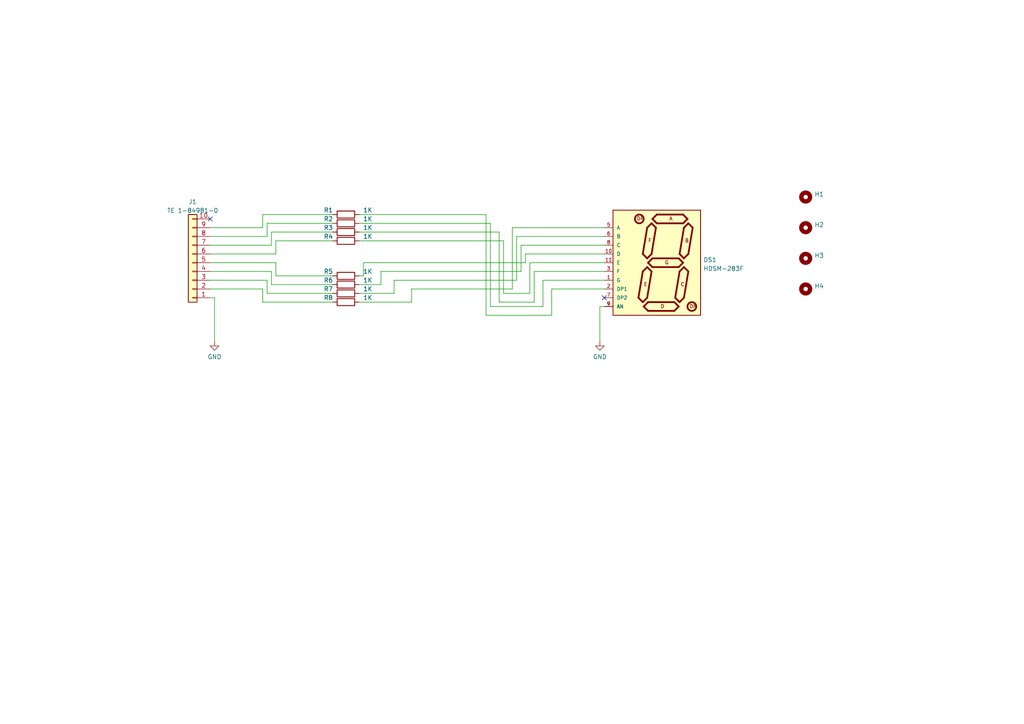
<source format=kicad_sch>
(kicad_sch (version 20211123) (generator eeschema)
  (paper "A4")
  (title_block (title "Ecran pour robot dumber") (date "2023-02-17") (rev "1.0") (company "INSA - GEI"))
  (lib_symbols
    (symbol "Connector_Generic:Conn_01x10" (pin_names (offset 1.016) hide)
      (property "Reference" "J" (at 0 12.7 0))
      (property "Value" "Conn_01x10" (at 0 -15.24 0))
      (symbol "Conn_01x10_1_1"
        (rectangle (start -1.27 -12.573) (end 0 -12.827) (stroke (width 0.1524)))
        (rectangle (start -1.27 -10.033) (end 0 -10.287) (stroke (width 0.1524)))
        (rectangle (start -1.27 -7.493) (end 0 -7.747) (stroke (width 0.1524)))
        (rectangle (start -1.27 -4.953) (end 0 -5.207) (stroke (width 0.1524)))
        (rectangle (start -1.27 -2.413) (end 0 -2.667) (stroke (width 0.1524)))
        (rectangle (start -1.27 0.127) (end 0 -0.127) (stroke (width 0.1524)))
        (rectangle (start -1.27 2.667) (end 0 2.413) (stroke (width 0.1524)))
        (rectangle (start -1.27 5.207) (end 0 4.953) (stroke (width 0.1524)))
        (rectangle (start -1.27 7.747) (end 0 7.493) (stroke (width 0.1524)))
        (rectangle (start -1.27 10.287) (end 0 10.033) (stroke (width 0.1524)))
        (rectangle (start -1.27 11.43) (end 1.27 -13.97) (stroke (width 0.254)) (fill (type background)))
        (pin passive line (at -5.08 10.16 0) (length 3.81) (name "Pin_1") (number "1"))
        (pin passive line (at -5.08 -12.7 0) (length 3.81) (name "Pin_10") (number "10"))
        (pin passive line (at -5.08 7.62 0) (length 3.81) (name "Pin_2") (number "2"))
        (pin passive line (at -5.08 5.08 0) (length 3.81) (name "Pin_3") (number "3"))
        (pin passive line (at -5.08 2.54 0) (length 3.81) (name "Pin_4") (number "4"))
        (pin passive line (at -5.08 0 0) (length 3.81) (name "Pin_5") (number "5"))
        (pin passive line (at -5.08 -2.54 0) (length 3.81) (name "Pin_6") (number "6"))
        (pin passive line (at -5.08 -5.08 0) (length 3.81) (name "Pin_7") (number "7"))
        (pin passive line (at -5.08 -7.62 0) (length 3.81) (name "Pin_8") (number "8"))
        (pin passive line (at -5.08 -10.16 0) (length 3.81) (name "Pin_9") (number "9"))
      )
    )
    (symbol "Device:R" (pin_numbers hide) (pin_names (offset 0))
      (property "Reference" "R" (at 2.032 0 90))
      (property "Value" "R" (at 0 0 90))
      (symbol "R_0_1"
        (rectangle (start -1.016 -2.54) (end 1.016 2.54) (stroke (width 0.254)))
      )
      (symbol "R_1_1"
        (pin passive line (at 0 3.81 270) (length 1.27) (name "~") (number "1"))
        (pin passive line (at 0 -3.81 90) (length 1.27) (name "~") (number "2"))
      )
    )
    (symbol "HDSM-283F:HDSM-283F" (pin_names (offset 1.016))
      (property "Reference" "DS" (at -15.2908 16.5608 0))
      (property "Value" "HDSM-283F" (at -15.2908 -17.8562 0))
      (symbol "HDSM-283F_0_0"
        (rectangle (start -15.24 -15.24) (end 10.16 15.24) (stroke (width 0.254)) (fill (type background)))
        (circle (center -7.62 12.7) (radius 1.27) (stroke (width 0.508)))
        (polyline (pts (xy -7.874 -10.16) (xy -6.604 -11.43)) (stroke (width 0.508)))
        (polyline (pts (xy -6.604 -11.43) (xy -5.334 -10.16)) (stroke (width 0.508)))
        (polyline (pts (xy -6.604 -2.54) (xy -7.874 -10.16)) (stroke (width 0.508)))
        (polyline (pts (xy -6.604 2.54) (xy -5.334 1.27)) (stroke (width 0.508)))
        (polyline (pts (xy -6.35 -12.7) (xy -5.08 -13.97)) (stroke (width 0.508)))
        (polyline (pts (xy -6.35 -12.7) (xy -5.08 -11.43)) (stroke (width 0.508)))
        (polyline (pts (xy -5.334 -10.16) (xy -4.064 -2.54)) (stroke (width 0.508)))
        (polyline (pts (xy -5.334 -1.27) (xy -6.604 -2.54)) (stroke (width 0.508)))
        (polyline (pts (xy -5.334 -1.27) (xy -4.064 -2.54)) (stroke (width 0.508)))
        (polyline (pts (xy -5.334 1.27) (xy -4.064 2.54)) (stroke (width 0.508)))
        (polyline (pts (xy -5.334 10.16) (xy -6.604 2.54)) (stroke (width 0.508)))
        (polyline (pts (xy -5.08 -13.97) (xy 2.54 -13.97)) (stroke (width 0.508)))
        (polyline (pts (xy -5.08 0) (xy -3.81 -1.27)) (stroke (width 0.508)))
        (polyline (pts (xy -5.08 0) (xy -3.81 1.27)) (stroke (width 0.508)))
        (polyline (pts (xy -4.064 2.54) (xy -2.794 10.16)) (stroke (width 0.508)))
        (polyline (pts (xy -4.064 11.43) (xy -5.334 10.16)) (stroke (width 0.508)))
        (polyline (pts (xy -4.064 11.43) (xy -2.794 10.16)) (stroke (width 0.508)))
        (polyline (pts (xy -3.81 -1.27) (xy 3.81 -1.27)) (stroke (width 0.508)))
        (polyline (pts (xy -3.81 12.7) (xy -2.54 13.97)) (stroke (width 0.508)))
        (polyline (pts (xy -2.54 11.43) (xy -3.81 12.7)) (stroke (width 0.508)))
        (polyline (pts (xy -2.54 13.97) (xy 5.08 13.97)) (stroke (width 0.508)))
        (polyline (pts (xy 2.54 -13.97) (xy 3.81 -12.7)) (stroke (width 0.508)))
        (polyline (pts (xy 2.54 -11.43) (xy -5.08 -11.43)) (stroke (width 0.508)))
        (polyline (pts (xy 2.794 -10.16) (xy 4.064 -11.43)) (stroke (width 0.508)))
        (polyline (pts (xy 3.81 -12.7) (xy 2.54 -11.43)) (stroke (width 0.508)))
        (polyline (pts (xy 3.81 -1.27) (xy 5.08 0)) (stroke (width 0.508)))
        (polyline (pts (xy 3.81 1.27) (xy -3.81 1.27)) (stroke (width 0.508)))
        (polyline (pts (xy 4.064 -11.43) (xy 5.334 -10.16)) (stroke (width 0.508)))
        (polyline (pts (xy 4.064 -2.54) (xy 2.794 -10.16)) (stroke (width 0.508)))
        (polyline (pts (xy 4.064 2.54) (xy 5.334 1.27)) (stroke (width 0.508)))
        (polyline (pts (xy 5.08 0) (xy 3.81 1.27)) (stroke (width 0.508)))
        (polyline (pts (xy 5.08 11.43) (xy -2.54 11.43)) (stroke (width 0.508)))
        (polyline (pts (xy 5.08 13.97) (xy 6.35 12.7)) (stroke (width 0.508)))
        (polyline (pts (xy 5.334 -10.16) (xy 6.604 -2.54)) (stroke (width 0.508)))
        (polyline (pts (xy 5.334 -1.27) (xy 4.064 -2.54)) (stroke (width 0.508)))
        (polyline (pts (xy 5.334 -1.27) (xy 6.604 -2.54)) (stroke (width 0.508)))
        (polyline (pts (xy 5.334 1.27) (xy 6.604 2.54)) (stroke (width 0.508)))
        (polyline (pts (xy 5.334 10.16) (xy 4.064 2.54)) (stroke (width 0.508)))
        (polyline (pts (xy 6.35 12.7) (xy 5.08 11.43)) (stroke (width 0.508)))
        (polyline (pts (xy 6.604 2.54) (xy 7.874 10.16)) (stroke (width 0.508)))
        (polyline (pts (xy 6.604 11.43) (xy 5.334 10.16)) (stroke (width 0.508)))
        (polyline (pts (xy 6.604 11.43) (xy 7.874 10.16)) (stroke (width 0.508)))
        (circle (center 7.62 -12.7) (radius 1.27) (stroke (width 0.508)))
        (text "A" (at 1.016 12.2174 0) (effects (font (size 1.016 1.016)) (justify left bottom)))
        (text "B" (at 5.588 5.842 0) (effects (font (size 1.016 1.016)) (justify left bottom)))
        (text "C" (at 4.318 -6.8834 0) (effects (font (size 1.016 1.016)) (justify left bottom)))
        (text "D" (at -1.524 -13.2334 0) (effects (font (size 1.016 1.016)) (justify left bottom)))
        (text "DP" (at -8.4074 12.2174 0) (effects (font (size 1.016 1.016)) (justify left bottom)))
        (text "DP" (at 6.858 -13.208 0) (effects (font (size 1.016 1.016)) (justify left bottom)))
        (text "E" (at -6.35 -6.858 0) (effects (font (size 1.016 1.016)) (justify left bottom)))
        (text "F" (at -5.08 5.8674 0) (effects (font (size 1.016 1.016)) (justify left bottom)))
        (text "G" (at -0.254 -0.508 0) (effects (font (size 1.016 1.016)) (justify left bottom)))
        (pin passive line (at -17.78 -5.08 0) (length 2.54) (name "G") (number "1"))
        (pin passive line (at -17.78 2.54 0) (length 2.54) (name "D") (number "10"))
        (pin passive line (at -17.78 0 0) (length 2.54) (name "E") (number "11"))
        (pin passive line (at -17.78 -7.62 0) (length 2.54) (name "DP1") (number "2"))
        (pin passive line (at -17.78 -2.54 0) (length 2.54) (name "F") (number "3"))
        (pin passive line (at -17.78 -12.7 0) (length 2.54) (name "AN") (number "4"))
        (pin passive line (at -17.78 10.16 0) (length 2.54) (name "A") (number "5"))
        (pin passive line (at -17.78 7.62 0) (length 2.54) (name "B") (number "6"))
        (pin passive line (at -17.78 -10.16 0) (length 2.54) (name "DP2") (number "7"))
        (pin passive line (at -17.78 5.08 0) (length 2.54) (name "C") (number "8"))
        (pin passive line (at -17.78 -12.7 0) (length 2.54) (name "AN") (number "9"))
      )
    )
    (symbol "Mechanical:MountingHole" (pin_names (offset 1.016))
      (property "Reference" "H" (at 0 5.08 0))
      (property "Value" "MountingHole" (at 0 3.175 0))
      (symbol "MountingHole_0_1"
        (circle (center 0 0) (radius 1.27) (stroke (width 1.27)))
      )
    )
    (symbol "power:GND" (power) (pin_names (offset 0))
      (property "Value" "GND" (at 0 -3.81 0))
      (symbol "GND_0_1"
        (polyline (pts (xy 0 0) (xy 0 -1.27) (xy 1.27 -1.27) (xy 0 -2.54) (xy -1.27 -1.27) (xy 0 -1.27)))
      )
      (symbol "GND_1_1"
        (pin power_in line (at 0 0 270) (length 0) hide (name "GND") (number "1"))
      )
    )
  )
  (no_connect (at 175.26 86.36))
  (no_connect (at 60.96 63.5))
  (wire (pts (xy 148.59 83.82) (xy 119.38 83.82)))
  (wire (pts (xy 76.2 83.82) (xy 76.2 87.63)))
  (wire (pts (xy 153.67 85.09) (xy 153.67 76.2)))
  (wire (pts (xy 149.86 81.28) (xy 149.86 68.58)))
  (wire (pts (xy 78.74 82.55) (xy 96.52 82.55)))
  (wire (pts (xy 62.23 86.36) (xy 62.23 99.06)))
  (wire (pts (xy 60.96 76.2) (xy 80.01 76.2)))
  (wire (pts (xy 60.96 71.12) (xy 78.74 71.12)))
  (wire (pts (xy 104.14 82.55) (xy 110.49 82.55)))
  (wire (pts (xy 60.96 66.04) (xy 76.2 66.04)))
  (wire (pts (xy 78.74 67.31) (xy 96.52 67.31)))
  (wire (pts (xy 104.14 67.31) (xy 144.78 67.31)))
  (wire (pts (xy 60.96 68.58) (xy 77.47 68.58)))
  (wire (pts (xy 148.59 66.04) (xy 175.26 66.04)))
  (wire (pts (xy 142.24 64.77) (xy 142.24 88.9)))
  (wire (pts (xy 157.48 81.28) (xy 175.26 81.28)))
  (wire (pts (xy 104.14 85.09) (xy 114.3 85.09)))
  (wire (pts (xy 60.96 81.28) (xy 77.47 81.28)))
  (wire (pts (xy 76.2 87.63) (xy 96.52 87.63)))
  (wire (pts (xy 60.96 73.66) (xy 80.01 73.66)))
  (wire (pts (xy 153.67 76.2) (xy 175.26 76.2)))
  (wire (pts (xy 77.47 64.77) (xy 96.52 64.77)))
  (wire (pts (xy 175.26 88.9) (xy 173.99 88.9)))
  (wire (pts (xy 149.86 81.28) (xy 114.3 81.28)))
  (wire (pts (xy 154.94 87.63) (xy 154.94 78.74)))
  (wire (pts (xy 76.2 66.04) (xy 76.2 62.23)))
  (wire (pts (xy 80.01 80.01) (xy 96.52 80.01)))
  (wire (pts (xy 152.4 73.66) (xy 175.26 73.66)))
  (wire (pts (xy 105.41 76.2) (xy 105.41 80.01)))
  (wire (pts (xy 142.24 88.9) (xy 157.48 88.9)))
  (wire (pts (xy 60.96 78.74) (xy 78.74 78.74)))
  (wire (pts (xy 151.13 71.12) (xy 175.26 71.12)))
  (wire (pts (xy 160.02 91.44) (xy 160.02 83.82)))
  (wire (pts (xy 77.47 68.58) (xy 77.47 64.77)))
  (wire (pts (xy 77.47 85.09) (xy 96.52 85.09)))
  (wire (pts (xy 157.48 88.9) (xy 157.48 81.28)))
  (wire (pts (xy 173.99 88.9) (xy 173.99 99.06)))
  (wire (pts (xy 144.78 67.31) (xy 144.78 87.63)))
  (wire (pts (xy 140.97 91.44) (xy 160.02 91.44)))
  (wire (pts (xy 148.59 83.82) (xy 148.59 66.04)))
  (wire (pts (xy 80.01 76.2) (xy 80.01 80.01)))
  (wire (pts (xy 119.38 83.82) (xy 119.38 87.63)))
  (wire (pts (xy 160.02 83.82) (xy 175.26 83.82)))
  (wire (pts (xy 104.14 62.23) (xy 140.97 62.23)))
  (wire (pts (xy 152.4 76.2) (xy 105.41 76.2)))
  (wire (pts (xy 154.94 78.74) (xy 175.26 78.74)))
  (wire (pts (xy 77.47 81.28) (xy 77.47 85.09)))
  (wire (pts (xy 146.05 85.09) (xy 153.67 85.09)))
  (wire (pts (xy 140.97 62.23) (xy 140.97 91.44)))
  (wire (pts (xy 146.05 69.85) (xy 146.05 85.09)))
  (wire (pts (xy 151.13 78.74) (xy 151.13 71.12)))
  (wire (pts (xy 80.01 73.66) (xy 80.01 69.85)))
  (wire (pts (xy 60.96 83.82) (xy 76.2 83.82)))
  (wire (pts (xy 149.86 68.58) (xy 175.26 68.58)))
  (wire (pts (xy 144.78 87.63) (xy 154.94 87.63)))
  (wire (pts (xy 104.14 64.77) (xy 142.24 64.77)))
  (wire (pts (xy 76.2 62.23) (xy 96.52 62.23)))
  (wire (pts (xy 78.74 78.74) (xy 78.74 82.55)))
  (wire (pts (xy 60.96 86.36) (xy 62.23 86.36)))
  (wire (pts (xy 152.4 76.2) (xy 152.4 73.66)))
  (wire (pts (xy 104.14 80.01) (xy 105.41 80.01)))
  (wire (pts (xy 80.01 69.85) (xy 96.52 69.85)))
  (wire (pts (xy 110.49 78.74) (xy 110.49 82.55)))
  (wire (pts (xy 104.14 87.63) (xy 119.38 87.63)))
  (wire (pts (xy 78.74 71.12) (xy 78.74 67.31)))
  (wire (pts (xy 114.3 81.28) (xy 114.3 85.09)))
  (wire (pts (xy 151.13 78.74) (xy 110.49 78.74)))
  (wire (pts (xy 104.14 69.85) (xy 146.05 69.85)))
  (symbol (lib_id "power:GND") (at 62.23 99.06 0) (unit 1)
    (property "Reference" "#PWR0101" (effects hide))
    (property "Value" "GND" (at 62.23 103.5034 0))
  )
  (symbol (lib_id "Device:R") (at 100.33 87.63 90) (unit 1)
    (property "Reference" "R8" (at 95.25 86.36 90))
    (property "Value" "1K" (at 106.68 86.36 90))
    (property "Footprint" "Resistor_SMD:R_0805_2012Metric" (effects hide))
  )
  (symbol (lib_id "Device:R") (at 100.33 62.23 90) (unit 1)
    (property "Reference" "R1" (at 95.25 60.96 90))
    (property "Value" "1K" (at 106.68 60.96 90))
    (property "Footprint" "Resistor_SMD:R_0805_2012Metric" (effects hide))
  )
  (symbol (lib_id "Mechanical:MountingHole") (at 233.68 57.15 0) (unit 1)
    (property "Reference" "H1" (at 236.22 56.3153 0) (effects (justify left)))
    (property "Value" "MountingHole" (effects hide))
    (property "Footprint" "MountingHole:MountingHole_3mm" (effects hide))
  )
  (symbol (lib_id "Device:R") (at 100.33 64.77 90) (unit 1)
    (property "Reference" "R2" (at 95.25 63.5 90))
    (property "Value" "1K" (at 106.68 63.5 90))
    (property "Footprint" "Resistor_SMD:R_0805_2012Metric" (effects hide))
  )
  (symbol (lib_id "Device:R") (at 100.33 82.55 90) (unit 1)
    (property "Reference" "R6" (at 95.25 81.28 90))
    (property "Value" "1K" (at 106.68 81.28 90))
    (property "Footprint" "Resistor_SMD:R_0805_2012Metric" (effects hide))
  )
  (symbol (lib_id "HDSM-283F:HDSM-283F") (at 193.04 76.2 0) (unit 1)
    (property "Reference" "DS1" (at 203.962 75.3653 0) (effects (justify left)))
    (property "Value" "HDSM-283F" (at 203.962 77.9022 0) (effects (justify left)))
    (property "Footprint" "INSA:LED_HDSM-283F" (effects hide))
    (property "MANUFACTURER" "AVAGO" (effects hide))
  )
  (symbol (lib_id "Device:R") (at 100.33 69.85 90) (unit 1)
    (property "Reference" "R4" (at 95.25 68.58 90))
    (property "Value" "1K" (at 106.68 68.58 90))
    (property "Footprint" "Resistor_SMD:R_0805_2012Metric" (effects hide))
  )
  (symbol (lib_id "Device:R") (at 100.33 85.09 90) (unit 1)
    (property "Reference" "R7" (at 95.25 83.82 90))
    (property "Value" "1K" (at 106.68 83.82 90))
    (property "Footprint" "Resistor_SMD:R_0805_2012Metric" (effects hide))
  )
  (symbol (lib_id "Mechanical:MountingHole") (at 233.68 83.82 0) (unit 1)
    (property "Reference" "H4" (at 236.22 82.9853 0) (effects (justify left)))
    (property "Value" "MountingHole" (effects hide))
    (property "Footprint" "MountingHole:MountingHole_3mm" (effects hide))
  )
  (symbol (lib_id "Mechanical:MountingHole") (at 233.68 66.04 0) (unit 1)
    (property "Reference" "H2" (at 236.22 65.2053 0) (effects (justify left)))
    (property "Value" "MountingHole" (effects hide))
    (property "Footprint" "MountingHole:MountingHole_3mm" (effects hide))
  )
  (symbol (lib_id "Device:R") (at 100.33 80.01 90) (unit 1)
    (property "Reference" "R5" (at 95.25 78.74 90))
    (property "Value" "1K" (at 106.68 78.74 90))
    (property "Footprint" "Resistor_SMD:R_0805_2012Metric" (effects hide))
  )
  (symbol (lib_id "power:GND") (at 173.99 99.06 0) (unit 1)
    (property "Reference" "#PWR0102" (effects hide))
    (property "Value" "GND" (at 173.99 103.5034 0))
  )
  (symbol (lib_id "Connector_Generic:Conn_01x10") (at 55.88 76.2 180) (unit 1)
    (property "Reference" "J1" (at 55.88 58.5302 0))
    (property "Value" "TE 1-84981-0" (at 55.88 61.0671 0))
    (property "Footprint" "INSA:TE 1-84981-0" (effects hide))
  )
  (symbol (lib_id "Device:R") (at 100.33 67.31 90) (unit 1)
    (property "Reference" "R3" (at 95.25 66.04 90))
    (property "Value" "1K" (at 106.68 66.04 90))
    (property "Footprint" "Resistor_SMD:R_0805_2012Metric" (effects hide))
  )
  (symbol (lib_id "Mechanical:MountingHole") (at 233.68 74.93 0) (unit 1)
    (property "Reference" "H3" (at 236.22 74.0953 0) (effects (justify left)))
    (property "Value" "MountingHole" (effects hide))
    (property "Footprint" "MountingHole:MountingHole_3mm" (effects hide))
  )
)
</source>
